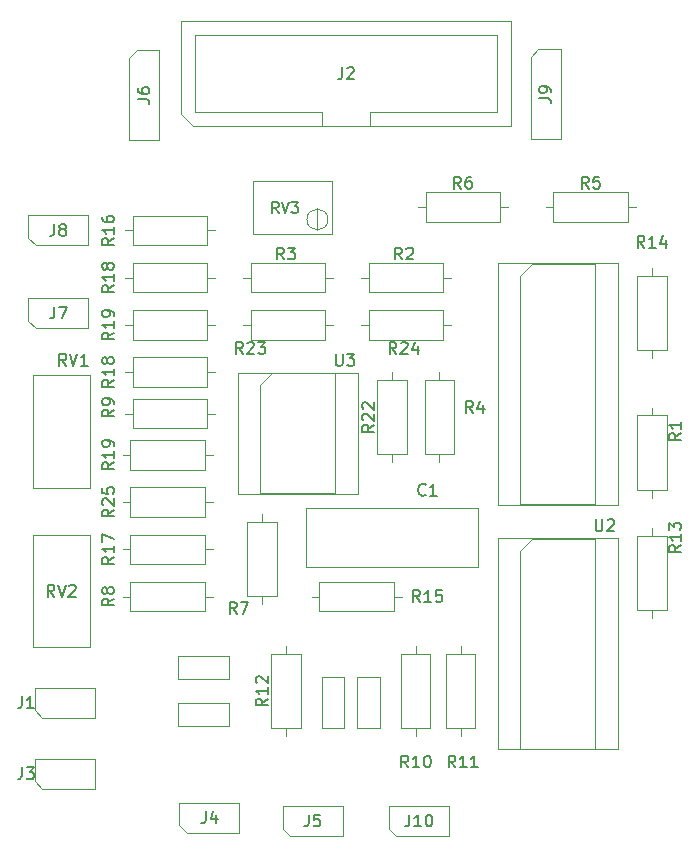
<source format=gbr>
%TF.GenerationSoftware,KiCad,Pcbnew,8.0.0*%
%TF.CreationDate,2024-03-09T23:27:07+01:00*%
%TF.ProjectId,Pure VCO,50757265-2056-4434-9f2e-6b696361645f,rev?*%
%TF.SameCoordinates,Original*%
%TF.FileFunction,AssemblyDrawing,Top*%
%FSLAX46Y46*%
G04 Gerber Fmt 4.6, Leading zero omitted, Abs format (unit mm)*
G04 Created by KiCad (PCBNEW 8.0.0) date 2024-03-09 23:27:07*
%MOMM*%
%LPD*%
G01*
G04 APERTURE LIST*
%ADD10C,0.150000*%
%ADD11C,0.100000*%
G04 APERTURE END LIST*
D10*
X49404761Y-63454819D02*
X49071428Y-62978628D01*
X48833333Y-63454819D02*
X48833333Y-62454819D01*
X48833333Y-62454819D02*
X49214285Y-62454819D01*
X49214285Y-62454819D02*
X49309523Y-62502438D01*
X49309523Y-62502438D02*
X49357142Y-62550057D01*
X49357142Y-62550057D02*
X49404761Y-62645295D01*
X49404761Y-62645295D02*
X49404761Y-62788152D01*
X49404761Y-62788152D02*
X49357142Y-62883390D01*
X49357142Y-62883390D02*
X49309523Y-62931009D01*
X49309523Y-62931009D02*
X49214285Y-62978628D01*
X49214285Y-62978628D02*
X48833333Y-62978628D01*
X49690476Y-62454819D02*
X50023809Y-63454819D01*
X50023809Y-63454819D02*
X50357142Y-62454819D01*
X51214285Y-63454819D02*
X50642857Y-63454819D01*
X50928571Y-63454819D02*
X50928571Y-62454819D01*
X50928571Y-62454819D02*
X50833333Y-62597676D01*
X50833333Y-62597676D02*
X50738095Y-62692914D01*
X50738095Y-62692914D02*
X50642857Y-62740533D01*
X78357142Y-97454819D02*
X78023809Y-96978628D01*
X77785714Y-97454819D02*
X77785714Y-96454819D01*
X77785714Y-96454819D02*
X78166666Y-96454819D01*
X78166666Y-96454819D02*
X78261904Y-96502438D01*
X78261904Y-96502438D02*
X78309523Y-96550057D01*
X78309523Y-96550057D02*
X78357142Y-96645295D01*
X78357142Y-96645295D02*
X78357142Y-96788152D01*
X78357142Y-96788152D02*
X78309523Y-96883390D01*
X78309523Y-96883390D02*
X78261904Y-96931009D01*
X78261904Y-96931009D02*
X78166666Y-96978628D01*
X78166666Y-96978628D02*
X77785714Y-96978628D01*
X79309523Y-97454819D02*
X78738095Y-97454819D01*
X79023809Y-97454819D02*
X79023809Y-96454819D01*
X79023809Y-96454819D02*
X78928571Y-96597676D01*
X78928571Y-96597676D02*
X78833333Y-96692914D01*
X78833333Y-96692914D02*
X78738095Y-96740533D01*
X79928571Y-96454819D02*
X80023809Y-96454819D01*
X80023809Y-96454819D02*
X80119047Y-96502438D01*
X80119047Y-96502438D02*
X80166666Y-96550057D01*
X80166666Y-96550057D02*
X80214285Y-96645295D01*
X80214285Y-96645295D02*
X80261904Y-96835771D01*
X80261904Y-96835771D02*
X80261904Y-97073866D01*
X80261904Y-97073866D02*
X80214285Y-97264342D01*
X80214285Y-97264342D02*
X80166666Y-97359580D01*
X80166666Y-97359580D02*
X80119047Y-97407200D01*
X80119047Y-97407200D02*
X80023809Y-97454819D01*
X80023809Y-97454819D02*
X79928571Y-97454819D01*
X79928571Y-97454819D02*
X79833333Y-97407200D01*
X79833333Y-97407200D02*
X79785714Y-97359580D01*
X79785714Y-97359580D02*
X79738095Y-97264342D01*
X79738095Y-97264342D02*
X79690476Y-97073866D01*
X79690476Y-97073866D02*
X79690476Y-96835771D01*
X79690476Y-96835771D02*
X79738095Y-96645295D01*
X79738095Y-96645295D02*
X79785714Y-96550057D01*
X79785714Y-96550057D02*
X79833333Y-96502438D01*
X79833333Y-96502438D02*
X79928571Y-96454819D01*
X93643333Y-48454819D02*
X93310000Y-47978628D01*
X93071905Y-48454819D02*
X93071905Y-47454819D01*
X93071905Y-47454819D02*
X93452857Y-47454819D01*
X93452857Y-47454819D02*
X93548095Y-47502438D01*
X93548095Y-47502438D02*
X93595714Y-47550057D01*
X93595714Y-47550057D02*
X93643333Y-47645295D01*
X93643333Y-47645295D02*
X93643333Y-47788152D01*
X93643333Y-47788152D02*
X93595714Y-47883390D01*
X93595714Y-47883390D02*
X93548095Y-47931009D01*
X93548095Y-47931009D02*
X93452857Y-47978628D01*
X93452857Y-47978628D02*
X93071905Y-47978628D01*
X94548095Y-47454819D02*
X94071905Y-47454819D01*
X94071905Y-47454819D02*
X94024286Y-47931009D01*
X94024286Y-47931009D02*
X94071905Y-47883390D01*
X94071905Y-47883390D02*
X94167143Y-47835771D01*
X94167143Y-47835771D02*
X94405238Y-47835771D01*
X94405238Y-47835771D02*
X94500476Y-47883390D01*
X94500476Y-47883390D02*
X94548095Y-47931009D01*
X94548095Y-47931009D02*
X94595714Y-48026247D01*
X94595714Y-48026247D02*
X94595714Y-48264342D01*
X94595714Y-48264342D02*
X94548095Y-48359580D01*
X94548095Y-48359580D02*
X94500476Y-48407200D01*
X94500476Y-48407200D02*
X94405238Y-48454819D01*
X94405238Y-48454819D02*
X94167143Y-48454819D01*
X94167143Y-48454819D02*
X94071905Y-48407200D01*
X94071905Y-48407200D02*
X94024286Y-48359580D01*
X53454819Y-83166666D02*
X52978628Y-83499999D01*
X53454819Y-83738094D02*
X52454819Y-83738094D01*
X52454819Y-83738094D02*
X52454819Y-83357142D01*
X52454819Y-83357142D02*
X52502438Y-83261904D01*
X52502438Y-83261904D02*
X52550057Y-83214285D01*
X52550057Y-83214285D02*
X52645295Y-83166666D01*
X52645295Y-83166666D02*
X52788152Y-83166666D01*
X52788152Y-83166666D02*
X52883390Y-83214285D01*
X52883390Y-83214285D02*
X52931009Y-83261904D01*
X52931009Y-83261904D02*
X52978628Y-83357142D01*
X52978628Y-83357142D02*
X52978628Y-83738094D01*
X52883390Y-82595237D02*
X52835771Y-82690475D01*
X52835771Y-82690475D02*
X52788152Y-82738094D01*
X52788152Y-82738094D02*
X52692914Y-82785713D01*
X52692914Y-82785713D02*
X52645295Y-82785713D01*
X52645295Y-82785713D02*
X52550057Y-82738094D01*
X52550057Y-82738094D02*
X52502438Y-82690475D01*
X52502438Y-82690475D02*
X52454819Y-82595237D01*
X52454819Y-82595237D02*
X52454819Y-82404761D01*
X52454819Y-82404761D02*
X52502438Y-82309523D01*
X52502438Y-82309523D02*
X52550057Y-82261904D01*
X52550057Y-82261904D02*
X52645295Y-82214285D01*
X52645295Y-82214285D02*
X52692914Y-82214285D01*
X52692914Y-82214285D02*
X52788152Y-82261904D01*
X52788152Y-82261904D02*
X52835771Y-82309523D01*
X52835771Y-82309523D02*
X52883390Y-82404761D01*
X52883390Y-82404761D02*
X52883390Y-82595237D01*
X52883390Y-82595237D02*
X52931009Y-82690475D01*
X52931009Y-82690475D02*
X52978628Y-82738094D01*
X52978628Y-82738094D02*
X53073866Y-82785713D01*
X53073866Y-82785713D02*
X53264342Y-82785713D01*
X53264342Y-82785713D02*
X53359580Y-82738094D01*
X53359580Y-82738094D02*
X53407200Y-82690475D01*
X53407200Y-82690475D02*
X53454819Y-82595237D01*
X53454819Y-82595237D02*
X53454819Y-82404761D01*
X53454819Y-82404761D02*
X53407200Y-82309523D01*
X53407200Y-82309523D02*
X53359580Y-82261904D01*
X53359580Y-82261904D02*
X53264342Y-82214285D01*
X53264342Y-82214285D02*
X53073866Y-82214285D01*
X53073866Y-82214285D02*
X52978628Y-82261904D01*
X52978628Y-82261904D02*
X52931009Y-82309523D01*
X52931009Y-82309523D02*
X52883390Y-82404761D01*
X79357142Y-83454819D02*
X79023809Y-82978628D01*
X78785714Y-83454819D02*
X78785714Y-82454819D01*
X78785714Y-82454819D02*
X79166666Y-82454819D01*
X79166666Y-82454819D02*
X79261904Y-82502438D01*
X79261904Y-82502438D02*
X79309523Y-82550057D01*
X79309523Y-82550057D02*
X79357142Y-82645295D01*
X79357142Y-82645295D02*
X79357142Y-82788152D01*
X79357142Y-82788152D02*
X79309523Y-82883390D01*
X79309523Y-82883390D02*
X79261904Y-82931009D01*
X79261904Y-82931009D02*
X79166666Y-82978628D01*
X79166666Y-82978628D02*
X78785714Y-82978628D01*
X80309523Y-83454819D02*
X79738095Y-83454819D01*
X80023809Y-83454819D02*
X80023809Y-82454819D01*
X80023809Y-82454819D02*
X79928571Y-82597676D01*
X79928571Y-82597676D02*
X79833333Y-82692914D01*
X79833333Y-82692914D02*
X79738095Y-82740533D01*
X81214285Y-82454819D02*
X80738095Y-82454819D01*
X80738095Y-82454819D02*
X80690476Y-82931009D01*
X80690476Y-82931009D02*
X80738095Y-82883390D01*
X80738095Y-82883390D02*
X80833333Y-82835771D01*
X80833333Y-82835771D02*
X81071428Y-82835771D01*
X81071428Y-82835771D02*
X81166666Y-82883390D01*
X81166666Y-82883390D02*
X81214285Y-82931009D01*
X81214285Y-82931009D02*
X81261904Y-83026247D01*
X81261904Y-83026247D02*
X81261904Y-83264342D01*
X81261904Y-83264342D02*
X81214285Y-83359580D01*
X81214285Y-83359580D02*
X81166666Y-83407200D01*
X81166666Y-83407200D02*
X81071428Y-83454819D01*
X81071428Y-83454819D02*
X80833333Y-83454819D01*
X80833333Y-83454819D02*
X80738095Y-83407200D01*
X80738095Y-83407200D02*
X80690476Y-83359580D01*
X89454819Y-40793333D02*
X90169104Y-40793333D01*
X90169104Y-40793333D02*
X90311961Y-40840952D01*
X90311961Y-40840952D02*
X90407200Y-40936190D01*
X90407200Y-40936190D02*
X90454819Y-41079047D01*
X90454819Y-41079047D02*
X90454819Y-41174285D01*
X90454819Y-40269523D02*
X90454819Y-40079047D01*
X90454819Y-40079047D02*
X90407200Y-39983809D01*
X90407200Y-39983809D02*
X90359580Y-39936190D01*
X90359580Y-39936190D02*
X90216723Y-39840952D01*
X90216723Y-39840952D02*
X90026247Y-39793333D01*
X90026247Y-39793333D02*
X89645295Y-39793333D01*
X89645295Y-39793333D02*
X89550057Y-39840952D01*
X89550057Y-39840952D02*
X89502438Y-39888571D01*
X89502438Y-39888571D02*
X89454819Y-39983809D01*
X89454819Y-39983809D02*
X89454819Y-40174285D01*
X89454819Y-40174285D02*
X89502438Y-40269523D01*
X89502438Y-40269523D02*
X89550057Y-40317142D01*
X89550057Y-40317142D02*
X89645295Y-40364761D01*
X89645295Y-40364761D02*
X89883390Y-40364761D01*
X89883390Y-40364761D02*
X89978628Y-40317142D01*
X89978628Y-40317142D02*
X90026247Y-40269523D01*
X90026247Y-40269523D02*
X90073866Y-40174285D01*
X90073866Y-40174285D02*
X90073866Y-39983809D01*
X90073866Y-39983809D02*
X90026247Y-39888571D01*
X90026247Y-39888571D02*
X89978628Y-39840952D01*
X89978628Y-39840952D02*
X89883390Y-39793333D01*
X77833334Y-54454818D02*
X77500001Y-53978627D01*
X77261906Y-54454818D02*
X77261906Y-53454818D01*
X77261906Y-53454818D02*
X77642858Y-53454818D01*
X77642858Y-53454818D02*
X77738096Y-53502437D01*
X77738096Y-53502437D02*
X77785715Y-53550056D01*
X77785715Y-53550056D02*
X77833334Y-53645294D01*
X77833334Y-53645294D02*
X77833334Y-53788151D01*
X77833334Y-53788151D02*
X77785715Y-53883389D01*
X77785715Y-53883389D02*
X77738096Y-53931008D01*
X77738096Y-53931008D02*
X77642858Y-53978627D01*
X77642858Y-53978627D02*
X77261906Y-53978627D01*
X78214287Y-53550056D02*
X78261906Y-53502437D01*
X78261906Y-53502437D02*
X78357144Y-53454818D01*
X78357144Y-53454818D02*
X78595239Y-53454818D01*
X78595239Y-53454818D02*
X78690477Y-53502437D01*
X78690477Y-53502437D02*
X78738096Y-53550056D01*
X78738096Y-53550056D02*
X78785715Y-53645294D01*
X78785715Y-53645294D02*
X78785715Y-53740532D01*
X78785715Y-53740532D02*
X78738096Y-53883389D01*
X78738096Y-53883389D02*
X78166668Y-54454818D01*
X78166668Y-54454818D02*
X78785715Y-54454818D01*
X45666666Y-91454819D02*
X45666666Y-92169104D01*
X45666666Y-92169104D02*
X45619047Y-92311961D01*
X45619047Y-92311961D02*
X45523809Y-92407200D01*
X45523809Y-92407200D02*
X45380952Y-92454819D01*
X45380952Y-92454819D02*
X45285714Y-92454819D01*
X46666666Y-92454819D02*
X46095238Y-92454819D01*
X46380952Y-92454819D02*
X46380952Y-91454819D01*
X46380952Y-91454819D02*
X46285714Y-91597676D01*
X46285714Y-91597676D02*
X46190476Y-91692914D01*
X46190476Y-91692914D02*
X46095238Y-91740533D01*
X61201666Y-101189819D02*
X61201666Y-101904104D01*
X61201666Y-101904104D02*
X61154047Y-102046961D01*
X61154047Y-102046961D02*
X61058809Y-102142200D01*
X61058809Y-102142200D02*
X60915952Y-102189819D01*
X60915952Y-102189819D02*
X60820714Y-102189819D01*
X62106428Y-101523152D02*
X62106428Y-102189819D01*
X61868333Y-101142200D02*
X61630238Y-101856485D01*
X61630238Y-101856485D02*
X62249285Y-101856485D01*
X69936666Y-101454819D02*
X69936666Y-102169104D01*
X69936666Y-102169104D02*
X69889047Y-102311961D01*
X69889047Y-102311961D02*
X69793809Y-102407200D01*
X69793809Y-102407200D02*
X69650952Y-102454819D01*
X69650952Y-102454819D02*
X69555714Y-102454819D01*
X70889047Y-101454819D02*
X70412857Y-101454819D01*
X70412857Y-101454819D02*
X70365238Y-101931009D01*
X70365238Y-101931009D02*
X70412857Y-101883390D01*
X70412857Y-101883390D02*
X70508095Y-101835771D01*
X70508095Y-101835771D02*
X70746190Y-101835771D01*
X70746190Y-101835771D02*
X70841428Y-101883390D01*
X70841428Y-101883390D02*
X70889047Y-101931009D01*
X70889047Y-101931009D02*
X70936666Y-102026247D01*
X70936666Y-102026247D02*
X70936666Y-102264342D01*
X70936666Y-102264342D02*
X70889047Y-102359580D01*
X70889047Y-102359580D02*
X70841428Y-102407200D01*
X70841428Y-102407200D02*
X70746190Y-102454819D01*
X70746190Y-102454819D02*
X70508095Y-102454819D01*
X70508095Y-102454819D02*
X70412857Y-102407200D01*
X70412857Y-102407200D02*
X70365238Y-102359580D01*
X101454819Y-69166666D02*
X100978628Y-69499999D01*
X101454819Y-69738094D02*
X100454819Y-69738094D01*
X100454819Y-69738094D02*
X100454819Y-69357142D01*
X100454819Y-69357142D02*
X100502438Y-69261904D01*
X100502438Y-69261904D02*
X100550057Y-69214285D01*
X100550057Y-69214285D02*
X100645295Y-69166666D01*
X100645295Y-69166666D02*
X100788152Y-69166666D01*
X100788152Y-69166666D02*
X100883390Y-69214285D01*
X100883390Y-69214285D02*
X100931009Y-69261904D01*
X100931009Y-69261904D02*
X100978628Y-69357142D01*
X100978628Y-69357142D02*
X100978628Y-69738094D01*
X101454819Y-68214285D02*
X101454819Y-68785713D01*
X101454819Y-68499999D02*
X100454819Y-68499999D01*
X100454819Y-68499999D02*
X100597676Y-68595237D01*
X100597676Y-68595237D02*
X100692914Y-68690475D01*
X100692914Y-68690475D02*
X100740533Y-68785713D01*
X78460476Y-101454819D02*
X78460476Y-102169104D01*
X78460476Y-102169104D02*
X78412857Y-102311961D01*
X78412857Y-102311961D02*
X78317619Y-102407200D01*
X78317619Y-102407200D02*
X78174762Y-102454819D01*
X78174762Y-102454819D02*
X78079524Y-102454819D01*
X79460476Y-102454819D02*
X78889048Y-102454819D01*
X79174762Y-102454819D02*
X79174762Y-101454819D01*
X79174762Y-101454819D02*
X79079524Y-101597676D01*
X79079524Y-101597676D02*
X78984286Y-101692914D01*
X78984286Y-101692914D02*
X78889048Y-101740533D01*
X80079524Y-101454819D02*
X80174762Y-101454819D01*
X80174762Y-101454819D02*
X80270000Y-101502438D01*
X80270000Y-101502438D02*
X80317619Y-101550057D01*
X80317619Y-101550057D02*
X80365238Y-101645295D01*
X80365238Y-101645295D02*
X80412857Y-101835771D01*
X80412857Y-101835771D02*
X80412857Y-102073866D01*
X80412857Y-102073866D02*
X80365238Y-102264342D01*
X80365238Y-102264342D02*
X80317619Y-102359580D01*
X80317619Y-102359580D02*
X80270000Y-102407200D01*
X80270000Y-102407200D02*
X80174762Y-102454819D01*
X80174762Y-102454819D02*
X80079524Y-102454819D01*
X80079524Y-102454819D02*
X79984286Y-102407200D01*
X79984286Y-102407200D02*
X79936667Y-102359580D01*
X79936667Y-102359580D02*
X79889048Y-102264342D01*
X79889048Y-102264342D02*
X79841429Y-102073866D01*
X79841429Y-102073866D02*
X79841429Y-101835771D01*
X79841429Y-101835771D02*
X79889048Y-101645295D01*
X79889048Y-101645295D02*
X79936667Y-101550057D01*
X79936667Y-101550057D02*
X79984286Y-101502438D01*
X79984286Y-101502438D02*
X80079524Y-101454819D01*
X63833334Y-84454818D02*
X63500001Y-83978627D01*
X63261906Y-84454818D02*
X63261906Y-83454818D01*
X63261906Y-83454818D02*
X63642858Y-83454818D01*
X63642858Y-83454818D02*
X63738096Y-83502437D01*
X63738096Y-83502437D02*
X63785715Y-83550056D01*
X63785715Y-83550056D02*
X63833334Y-83645294D01*
X63833334Y-83645294D02*
X63833334Y-83788151D01*
X63833334Y-83788151D02*
X63785715Y-83883389D01*
X63785715Y-83883389D02*
X63738096Y-83931008D01*
X63738096Y-83931008D02*
X63642858Y-83978627D01*
X63642858Y-83978627D02*
X63261906Y-83978627D01*
X64166668Y-83454818D02*
X64833334Y-83454818D01*
X64833334Y-83454818D02*
X64404763Y-84454818D01*
X53454819Y-60642857D02*
X52978628Y-60976190D01*
X53454819Y-61214285D02*
X52454819Y-61214285D01*
X52454819Y-61214285D02*
X52454819Y-60833333D01*
X52454819Y-60833333D02*
X52502438Y-60738095D01*
X52502438Y-60738095D02*
X52550057Y-60690476D01*
X52550057Y-60690476D02*
X52645295Y-60642857D01*
X52645295Y-60642857D02*
X52788152Y-60642857D01*
X52788152Y-60642857D02*
X52883390Y-60690476D01*
X52883390Y-60690476D02*
X52931009Y-60738095D01*
X52931009Y-60738095D02*
X52978628Y-60833333D01*
X52978628Y-60833333D02*
X52978628Y-61214285D01*
X53454819Y-59690476D02*
X53454819Y-60261904D01*
X53454819Y-59976190D02*
X52454819Y-59976190D01*
X52454819Y-59976190D02*
X52597676Y-60071428D01*
X52597676Y-60071428D02*
X52692914Y-60166666D01*
X52692914Y-60166666D02*
X52740533Y-60261904D01*
X53454819Y-59214285D02*
X53454819Y-59023809D01*
X53454819Y-59023809D02*
X53407200Y-58928571D01*
X53407200Y-58928571D02*
X53359580Y-58880952D01*
X53359580Y-58880952D02*
X53216723Y-58785714D01*
X53216723Y-58785714D02*
X53026247Y-58738095D01*
X53026247Y-58738095D02*
X52645295Y-58738095D01*
X52645295Y-58738095D02*
X52550057Y-58785714D01*
X52550057Y-58785714D02*
X52502438Y-58833333D01*
X52502438Y-58833333D02*
X52454819Y-58928571D01*
X52454819Y-58928571D02*
X52454819Y-59119047D01*
X52454819Y-59119047D02*
X52502438Y-59214285D01*
X52502438Y-59214285D02*
X52550057Y-59261904D01*
X52550057Y-59261904D02*
X52645295Y-59309523D01*
X52645295Y-59309523D02*
X52883390Y-59309523D01*
X52883390Y-59309523D02*
X52978628Y-59261904D01*
X52978628Y-59261904D02*
X53026247Y-59214285D01*
X53026247Y-59214285D02*
X53073866Y-59119047D01*
X53073866Y-59119047D02*
X53073866Y-58928571D01*
X53073866Y-58928571D02*
X53026247Y-58833333D01*
X53026247Y-58833333D02*
X52978628Y-58785714D01*
X52978628Y-58785714D02*
X52883390Y-58738095D01*
X77357142Y-62454819D02*
X77023809Y-61978628D01*
X76785714Y-62454819D02*
X76785714Y-61454819D01*
X76785714Y-61454819D02*
X77166666Y-61454819D01*
X77166666Y-61454819D02*
X77261904Y-61502438D01*
X77261904Y-61502438D02*
X77309523Y-61550057D01*
X77309523Y-61550057D02*
X77357142Y-61645295D01*
X77357142Y-61645295D02*
X77357142Y-61788152D01*
X77357142Y-61788152D02*
X77309523Y-61883390D01*
X77309523Y-61883390D02*
X77261904Y-61931009D01*
X77261904Y-61931009D02*
X77166666Y-61978628D01*
X77166666Y-61978628D02*
X76785714Y-61978628D01*
X77738095Y-61550057D02*
X77785714Y-61502438D01*
X77785714Y-61502438D02*
X77880952Y-61454819D01*
X77880952Y-61454819D02*
X78119047Y-61454819D01*
X78119047Y-61454819D02*
X78214285Y-61502438D01*
X78214285Y-61502438D02*
X78261904Y-61550057D01*
X78261904Y-61550057D02*
X78309523Y-61645295D01*
X78309523Y-61645295D02*
X78309523Y-61740533D01*
X78309523Y-61740533D02*
X78261904Y-61883390D01*
X78261904Y-61883390D02*
X77690476Y-62454819D01*
X77690476Y-62454819D02*
X78309523Y-62454819D01*
X79166666Y-61788152D02*
X79166666Y-62454819D01*
X78928571Y-61407200D02*
X78690476Y-62121485D01*
X78690476Y-62121485D02*
X79309523Y-62121485D01*
X66454819Y-91642857D02*
X65978628Y-91976190D01*
X66454819Y-92214285D02*
X65454819Y-92214285D01*
X65454819Y-92214285D02*
X65454819Y-91833333D01*
X65454819Y-91833333D02*
X65502438Y-91738095D01*
X65502438Y-91738095D02*
X65550057Y-91690476D01*
X65550057Y-91690476D02*
X65645295Y-91642857D01*
X65645295Y-91642857D02*
X65788152Y-91642857D01*
X65788152Y-91642857D02*
X65883390Y-91690476D01*
X65883390Y-91690476D02*
X65931009Y-91738095D01*
X65931009Y-91738095D02*
X65978628Y-91833333D01*
X65978628Y-91833333D02*
X65978628Y-92214285D01*
X66454819Y-90690476D02*
X66454819Y-91261904D01*
X66454819Y-90976190D02*
X65454819Y-90976190D01*
X65454819Y-90976190D02*
X65597676Y-91071428D01*
X65597676Y-91071428D02*
X65692914Y-91166666D01*
X65692914Y-91166666D02*
X65740533Y-91261904D01*
X65550057Y-90309523D02*
X65502438Y-90261904D01*
X65502438Y-90261904D02*
X65454819Y-90166666D01*
X65454819Y-90166666D02*
X65454819Y-89928571D01*
X65454819Y-89928571D02*
X65502438Y-89833333D01*
X65502438Y-89833333D02*
X65550057Y-89785714D01*
X65550057Y-89785714D02*
X65645295Y-89738095D01*
X65645295Y-89738095D02*
X65740533Y-89738095D01*
X65740533Y-89738095D02*
X65883390Y-89785714D01*
X65883390Y-89785714D02*
X66454819Y-90357142D01*
X66454819Y-90357142D02*
X66454819Y-89738095D01*
X98357142Y-53454819D02*
X98023809Y-52978628D01*
X97785714Y-53454819D02*
X97785714Y-52454819D01*
X97785714Y-52454819D02*
X98166666Y-52454819D01*
X98166666Y-52454819D02*
X98261904Y-52502438D01*
X98261904Y-52502438D02*
X98309523Y-52550057D01*
X98309523Y-52550057D02*
X98357142Y-52645295D01*
X98357142Y-52645295D02*
X98357142Y-52788152D01*
X98357142Y-52788152D02*
X98309523Y-52883390D01*
X98309523Y-52883390D02*
X98261904Y-52931009D01*
X98261904Y-52931009D02*
X98166666Y-52978628D01*
X98166666Y-52978628D02*
X97785714Y-52978628D01*
X99309523Y-53454819D02*
X98738095Y-53454819D01*
X99023809Y-53454819D02*
X99023809Y-52454819D01*
X99023809Y-52454819D02*
X98928571Y-52597676D01*
X98928571Y-52597676D02*
X98833333Y-52692914D01*
X98833333Y-52692914D02*
X98738095Y-52740533D01*
X100166666Y-52788152D02*
X100166666Y-53454819D01*
X99928571Y-52407200D02*
X99690476Y-53121485D01*
X99690476Y-53121485D02*
X100309523Y-53121485D01*
X53454819Y-67166666D02*
X52978628Y-67499999D01*
X53454819Y-67738094D02*
X52454819Y-67738094D01*
X52454819Y-67738094D02*
X52454819Y-67357142D01*
X52454819Y-67357142D02*
X52502438Y-67261904D01*
X52502438Y-67261904D02*
X52550057Y-67214285D01*
X52550057Y-67214285D02*
X52645295Y-67166666D01*
X52645295Y-67166666D02*
X52788152Y-67166666D01*
X52788152Y-67166666D02*
X52883390Y-67214285D01*
X52883390Y-67214285D02*
X52931009Y-67261904D01*
X52931009Y-67261904D02*
X52978628Y-67357142D01*
X52978628Y-67357142D02*
X52978628Y-67738094D01*
X53454819Y-66690475D02*
X53454819Y-66499999D01*
X53454819Y-66499999D02*
X53407200Y-66404761D01*
X53407200Y-66404761D02*
X53359580Y-66357142D01*
X53359580Y-66357142D02*
X53216723Y-66261904D01*
X53216723Y-66261904D02*
X53026247Y-66214285D01*
X53026247Y-66214285D02*
X52645295Y-66214285D01*
X52645295Y-66214285D02*
X52550057Y-66261904D01*
X52550057Y-66261904D02*
X52502438Y-66309523D01*
X52502438Y-66309523D02*
X52454819Y-66404761D01*
X52454819Y-66404761D02*
X52454819Y-66595237D01*
X52454819Y-66595237D02*
X52502438Y-66690475D01*
X52502438Y-66690475D02*
X52550057Y-66738094D01*
X52550057Y-66738094D02*
X52645295Y-66785713D01*
X52645295Y-66785713D02*
X52883390Y-66785713D01*
X52883390Y-66785713D02*
X52978628Y-66738094D01*
X52978628Y-66738094D02*
X53026247Y-66690475D01*
X53026247Y-66690475D02*
X53073866Y-66595237D01*
X53073866Y-66595237D02*
X53073866Y-66404761D01*
X53073866Y-66404761D02*
X53026247Y-66309523D01*
X53026247Y-66309523D02*
X52978628Y-66261904D01*
X52978628Y-66261904D02*
X52883390Y-66214285D01*
X83833333Y-67454819D02*
X83500000Y-66978628D01*
X83261905Y-67454819D02*
X83261905Y-66454819D01*
X83261905Y-66454819D02*
X83642857Y-66454819D01*
X83642857Y-66454819D02*
X83738095Y-66502438D01*
X83738095Y-66502438D02*
X83785714Y-66550057D01*
X83785714Y-66550057D02*
X83833333Y-66645295D01*
X83833333Y-66645295D02*
X83833333Y-66788152D01*
X83833333Y-66788152D02*
X83785714Y-66883390D01*
X83785714Y-66883390D02*
X83738095Y-66931009D01*
X83738095Y-66931009D02*
X83642857Y-66978628D01*
X83642857Y-66978628D02*
X83261905Y-66978628D01*
X84690476Y-66788152D02*
X84690476Y-67454819D01*
X84452381Y-66407200D02*
X84214286Y-67121485D01*
X84214286Y-67121485D02*
X84833333Y-67121485D01*
X53454819Y-56642857D02*
X52978628Y-56976190D01*
X53454819Y-57214285D02*
X52454819Y-57214285D01*
X52454819Y-57214285D02*
X52454819Y-56833333D01*
X52454819Y-56833333D02*
X52502438Y-56738095D01*
X52502438Y-56738095D02*
X52550057Y-56690476D01*
X52550057Y-56690476D02*
X52645295Y-56642857D01*
X52645295Y-56642857D02*
X52788152Y-56642857D01*
X52788152Y-56642857D02*
X52883390Y-56690476D01*
X52883390Y-56690476D02*
X52931009Y-56738095D01*
X52931009Y-56738095D02*
X52978628Y-56833333D01*
X52978628Y-56833333D02*
X52978628Y-57214285D01*
X53454819Y-55690476D02*
X53454819Y-56261904D01*
X53454819Y-55976190D02*
X52454819Y-55976190D01*
X52454819Y-55976190D02*
X52597676Y-56071428D01*
X52597676Y-56071428D02*
X52692914Y-56166666D01*
X52692914Y-56166666D02*
X52740533Y-56261904D01*
X52883390Y-55119047D02*
X52835771Y-55214285D01*
X52835771Y-55214285D02*
X52788152Y-55261904D01*
X52788152Y-55261904D02*
X52692914Y-55309523D01*
X52692914Y-55309523D02*
X52645295Y-55309523D01*
X52645295Y-55309523D02*
X52550057Y-55261904D01*
X52550057Y-55261904D02*
X52502438Y-55214285D01*
X52502438Y-55214285D02*
X52454819Y-55119047D01*
X52454819Y-55119047D02*
X52454819Y-54928571D01*
X52454819Y-54928571D02*
X52502438Y-54833333D01*
X52502438Y-54833333D02*
X52550057Y-54785714D01*
X52550057Y-54785714D02*
X52645295Y-54738095D01*
X52645295Y-54738095D02*
X52692914Y-54738095D01*
X52692914Y-54738095D02*
X52788152Y-54785714D01*
X52788152Y-54785714D02*
X52835771Y-54833333D01*
X52835771Y-54833333D02*
X52883390Y-54928571D01*
X52883390Y-54928571D02*
X52883390Y-55119047D01*
X52883390Y-55119047D02*
X52931009Y-55214285D01*
X52931009Y-55214285D02*
X52978628Y-55261904D01*
X52978628Y-55261904D02*
X53073866Y-55309523D01*
X53073866Y-55309523D02*
X53264342Y-55309523D01*
X53264342Y-55309523D02*
X53359580Y-55261904D01*
X53359580Y-55261904D02*
X53407200Y-55214285D01*
X53407200Y-55214285D02*
X53454819Y-55119047D01*
X53454819Y-55119047D02*
X53454819Y-54928571D01*
X53454819Y-54928571D02*
X53407200Y-54833333D01*
X53407200Y-54833333D02*
X53359580Y-54785714D01*
X53359580Y-54785714D02*
X53264342Y-54738095D01*
X53264342Y-54738095D02*
X53073866Y-54738095D01*
X53073866Y-54738095D02*
X52978628Y-54785714D01*
X52978628Y-54785714D02*
X52931009Y-54833333D01*
X52931009Y-54833333D02*
X52883390Y-54928571D01*
X94238095Y-76454819D02*
X94238095Y-77264342D01*
X94238095Y-77264342D02*
X94285714Y-77359580D01*
X94285714Y-77359580D02*
X94333333Y-77407200D01*
X94333333Y-77407200D02*
X94428571Y-77454819D01*
X94428571Y-77454819D02*
X94619047Y-77454819D01*
X94619047Y-77454819D02*
X94714285Y-77407200D01*
X94714285Y-77407200D02*
X94761904Y-77359580D01*
X94761904Y-77359580D02*
X94809523Y-77264342D01*
X94809523Y-77264342D02*
X94809523Y-76454819D01*
X95238095Y-76550057D02*
X95285714Y-76502438D01*
X95285714Y-76502438D02*
X95380952Y-76454819D01*
X95380952Y-76454819D02*
X95619047Y-76454819D01*
X95619047Y-76454819D02*
X95714285Y-76502438D01*
X95714285Y-76502438D02*
X95761904Y-76550057D01*
X95761904Y-76550057D02*
X95809523Y-76645295D01*
X95809523Y-76645295D02*
X95809523Y-76740533D01*
X95809523Y-76740533D02*
X95761904Y-76883390D01*
X95761904Y-76883390D02*
X95190476Y-77454819D01*
X95190476Y-77454819D02*
X95809523Y-77454819D01*
X53454819Y-79642857D02*
X52978628Y-79976190D01*
X53454819Y-80214285D02*
X52454819Y-80214285D01*
X52454819Y-80214285D02*
X52454819Y-79833333D01*
X52454819Y-79833333D02*
X52502438Y-79738095D01*
X52502438Y-79738095D02*
X52550057Y-79690476D01*
X52550057Y-79690476D02*
X52645295Y-79642857D01*
X52645295Y-79642857D02*
X52788152Y-79642857D01*
X52788152Y-79642857D02*
X52883390Y-79690476D01*
X52883390Y-79690476D02*
X52931009Y-79738095D01*
X52931009Y-79738095D02*
X52978628Y-79833333D01*
X52978628Y-79833333D02*
X52978628Y-80214285D01*
X53454819Y-78690476D02*
X53454819Y-79261904D01*
X53454819Y-78976190D02*
X52454819Y-78976190D01*
X52454819Y-78976190D02*
X52597676Y-79071428D01*
X52597676Y-79071428D02*
X52692914Y-79166666D01*
X52692914Y-79166666D02*
X52740533Y-79261904D01*
X52454819Y-78357142D02*
X52454819Y-77690476D01*
X52454819Y-77690476D02*
X53454819Y-78119047D01*
X53454819Y-71642857D02*
X52978628Y-71976190D01*
X53454819Y-72214285D02*
X52454819Y-72214285D01*
X52454819Y-72214285D02*
X52454819Y-71833333D01*
X52454819Y-71833333D02*
X52502438Y-71738095D01*
X52502438Y-71738095D02*
X52550057Y-71690476D01*
X52550057Y-71690476D02*
X52645295Y-71642857D01*
X52645295Y-71642857D02*
X52788152Y-71642857D01*
X52788152Y-71642857D02*
X52883390Y-71690476D01*
X52883390Y-71690476D02*
X52931009Y-71738095D01*
X52931009Y-71738095D02*
X52978628Y-71833333D01*
X52978628Y-71833333D02*
X52978628Y-72214285D01*
X53454819Y-70690476D02*
X53454819Y-71261904D01*
X53454819Y-70976190D02*
X52454819Y-70976190D01*
X52454819Y-70976190D02*
X52597676Y-71071428D01*
X52597676Y-71071428D02*
X52692914Y-71166666D01*
X52692914Y-71166666D02*
X52740533Y-71261904D01*
X53454819Y-70214285D02*
X53454819Y-70023809D01*
X53454819Y-70023809D02*
X53407200Y-69928571D01*
X53407200Y-69928571D02*
X53359580Y-69880952D01*
X53359580Y-69880952D02*
X53216723Y-69785714D01*
X53216723Y-69785714D02*
X53026247Y-69738095D01*
X53026247Y-69738095D02*
X52645295Y-69738095D01*
X52645295Y-69738095D02*
X52550057Y-69785714D01*
X52550057Y-69785714D02*
X52502438Y-69833333D01*
X52502438Y-69833333D02*
X52454819Y-69928571D01*
X52454819Y-69928571D02*
X52454819Y-70119047D01*
X52454819Y-70119047D02*
X52502438Y-70214285D01*
X52502438Y-70214285D02*
X52550057Y-70261904D01*
X52550057Y-70261904D02*
X52645295Y-70309523D01*
X52645295Y-70309523D02*
X52883390Y-70309523D01*
X52883390Y-70309523D02*
X52978628Y-70261904D01*
X52978628Y-70261904D02*
X53026247Y-70214285D01*
X53026247Y-70214285D02*
X53073866Y-70119047D01*
X53073866Y-70119047D02*
X53073866Y-69928571D01*
X53073866Y-69928571D02*
X53026247Y-69833333D01*
X53026247Y-69833333D02*
X52978628Y-69785714D01*
X52978628Y-69785714D02*
X52883390Y-69738095D01*
X67382381Y-50507809D02*
X67075715Y-50069714D01*
X66856667Y-50507809D02*
X66856667Y-49587809D01*
X66856667Y-49587809D02*
X67207143Y-49587809D01*
X67207143Y-49587809D02*
X67294762Y-49631619D01*
X67294762Y-49631619D02*
X67338572Y-49675428D01*
X67338572Y-49675428D02*
X67382381Y-49763047D01*
X67382381Y-49763047D02*
X67382381Y-49894476D01*
X67382381Y-49894476D02*
X67338572Y-49982095D01*
X67338572Y-49982095D02*
X67294762Y-50025904D01*
X67294762Y-50025904D02*
X67207143Y-50069714D01*
X67207143Y-50069714D02*
X66856667Y-50069714D01*
X67645239Y-49587809D02*
X67951905Y-50507809D01*
X67951905Y-50507809D02*
X68258572Y-49587809D01*
X68477619Y-49587809D02*
X69047143Y-49587809D01*
X69047143Y-49587809D02*
X68740476Y-49938285D01*
X68740476Y-49938285D02*
X68871905Y-49938285D01*
X68871905Y-49938285D02*
X68959524Y-49982095D01*
X68959524Y-49982095D02*
X69003333Y-50025904D01*
X69003333Y-50025904D02*
X69047143Y-50113523D01*
X69047143Y-50113523D02*
X69047143Y-50332571D01*
X69047143Y-50332571D02*
X69003333Y-50420190D01*
X69003333Y-50420190D02*
X68959524Y-50464000D01*
X68959524Y-50464000D02*
X68871905Y-50507809D01*
X68871905Y-50507809D02*
X68609048Y-50507809D01*
X68609048Y-50507809D02*
X68521429Y-50464000D01*
X68521429Y-50464000D02*
X68477619Y-50420190D01*
X67833333Y-54454819D02*
X67500000Y-53978628D01*
X67261905Y-54454819D02*
X67261905Y-53454819D01*
X67261905Y-53454819D02*
X67642857Y-53454819D01*
X67642857Y-53454819D02*
X67738095Y-53502438D01*
X67738095Y-53502438D02*
X67785714Y-53550057D01*
X67785714Y-53550057D02*
X67833333Y-53645295D01*
X67833333Y-53645295D02*
X67833333Y-53788152D01*
X67833333Y-53788152D02*
X67785714Y-53883390D01*
X67785714Y-53883390D02*
X67738095Y-53931009D01*
X67738095Y-53931009D02*
X67642857Y-53978628D01*
X67642857Y-53978628D02*
X67261905Y-53978628D01*
X68166667Y-53454819D02*
X68785714Y-53454819D01*
X68785714Y-53454819D02*
X68452381Y-53835771D01*
X68452381Y-53835771D02*
X68595238Y-53835771D01*
X68595238Y-53835771D02*
X68690476Y-53883390D01*
X68690476Y-53883390D02*
X68738095Y-53931009D01*
X68738095Y-53931009D02*
X68785714Y-54026247D01*
X68785714Y-54026247D02*
X68785714Y-54264342D01*
X68785714Y-54264342D02*
X68738095Y-54359580D01*
X68738095Y-54359580D02*
X68690476Y-54407200D01*
X68690476Y-54407200D02*
X68595238Y-54454819D01*
X68595238Y-54454819D02*
X68309524Y-54454819D01*
X68309524Y-54454819D02*
X68214286Y-54407200D01*
X68214286Y-54407200D02*
X68166667Y-54359580D01*
X53454819Y-52642857D02*
X52978628Y-52976190D01*
X53454819Y-53214285D02*
X52454819Y-53214285D01*
X52454819Y-53214285D02*
X52454819Y-52833333D01*
X52454819Y-52833333D02*
X52502438Y-52738095D01*
X52502438Y-52738095D02*
X52550057Y-52690476D01*
X52550057Y-52690476D02*
X52645295Y-52642857D01*
X52645295Y-52642857D02*
X52788152Y-52642857D01*
X52788152Y-52642857D02*
X52883390Y-52690476D01*
X52883390Y-52690476D02*
X52931009Y-52738095D01*
X52931009Y-52738095D02*
X52978628Y-52833333D01*
X52978628Y-52833333D02*
X52978628Y-53214285D01*
X53454819Y-51690476D02*
X53454819Y-52261904D01*
X53454819Y-51976190D02*
X52454819Y-51976190D01*
X52454819Y-51976190D02*
X52597676Y-52071428D01*
X52597676Y-52071428D02*
X52692914Y-52166666D01*
X52692914Y-52166666D02*
X52740533Y-52261904D01*
X52454819Y-50833333D02*
X52454819Y-51023809D01*
X52454819Y-51023809D02*
X52502438Y-51119047D01*
X52502438Y-51119047D02*
X52550057Y-51166666D01*
X52550057Y-51166666D02*
X52692914Y-51261904D01*
X52692914Y-51261904D02*
X52883390Y-51309523D01*
X52883390Y-51309523D02*
X53264342Y-51309523D01*
X53264342Y-51309523D02*
X53359580Y-51261904D01*
X53359580Y-51261904D02*
X53407200Y-51214285D01*
X53407200Y-51214285D02*
X53454819Y-51119047D01*
X53454819Y-51119047D02*
X53454819Y-50928571D01*
X53454819Y-50928571D02*
X53407200Y-50833333D01*
X53407200Y-50833333D02*
X53359580Y-50785714D01*
X53359580Y-50785714D02*
X53264342Y-50738095D01*
X53264342Y-50738095D02*
X53026247Y-50738095D01*
X53026247Y-50738095D02*
X52931009Y-50785714D01*
X52931009Y-50785714D02*
X52883390Y-50833333D01*
X52883390Y-50833333D02*
X52835771Y-50928571D01*
X52835771Y-50928571D02*
X52835771Y-51119047D01*
X52835771Y-51119047D02*
X52883390Y-51214285D01*
X52883390Y-51214285D02*
X52931009Y-51261904D01*
X52931009Y-51261904D02*
X53026247Y-51309523D01*
X64357142Y-62454819D02*
X64023809Y-61978628D01*
X63785714Y-62454819D02*
X63785714Y-61454819D01*
X63785714Y-61454819D02*
X64166666Y-61454819D01*
X64166666Y-61454819D02*
X64261904Y-61502438D01*
X64261904Y-61502438D02*
X64309523Y-61550057D01*
X64309523Y-61550057D02*
X64357142Y-61645295D01*
X64357142Y-61645295D02*
X64357142Y-61788152D01*
X64357142Y-61788152D02*
X64309523Y-61883390D01*
X64309523Y-61883390D02*
X64261904Y-61931009D01*
X64261904Y-61931009D02*
X64166666Y-61978628D01*
X64166666Y-61978628D02*
X63785714Y-61978628D01*
X64738095Y-61550057D02*
X64785714Y-61502438D01*
X64785714Y-61502438D02*
X64880952Y-61454819D01*
X64880952Y-61454819D02*
X65119047Y-61454819D01*
X65119047Y-61454819D02*
X65214285Y-61502438D01*
X65214285Y-61502438D02*
X65261904Y-61550057D01*
X65261904Y-61550057D02*
X65309523Y-61645295D01*
X65309523Y-61645295D02*
X65309523Y-61740533D01*
X65309523Y-61740533D02*
X65261904Y-61883390D01*
X65261904Y-61883390D02*
X64690476Y-62454819D01*
X64690476Y-62454819D02*
X65309523Y-62454819D01*
X65642857Y-61454819D02*
X66261904Y-61454819D01*
X66261904Y-61454819D02*
X65928571Y-61835771D01*
X65928571Y-61835771D02*
X66071428Y-61835771D01*
X66071428Y-61835771D02*
X66166666Y-61883390D01*
X66166666Y-61883390D02*
X66214285Y-61931009D01*
X66214285Y-61931009D02*
X66261904Y-62026247D01*
X66261904Y-62026247D02*
X66261904Y-62264342D01*
X66261904Y-62264342D02*
X66214285Y-62359580D01*
X66214285Y-62359580D02*
X66166666Y-62407200D01*
X66166666Y-62407200D02*
X66071428Y-62454819D01*
X66071428Y-62454819D02*
X65785714Y-62454819D01*
X65785714Y-62454819D02*
X65690476Y-62407200D01*
X65690476Y-62407200D02*
X65642857Y-62359580D01*
X48396666Y-51454819D02*
X48396666Y-52169104D01*
X48396666Y-52169104D02*
X48349047Y-52311961D01*
X48349047Y-52311961D02*
X48253809Y-52407200D01*
X48253809Y-52407200D02*
X48110952Y-52454819D01*
X48110952Y-52454819D02*
X48015714Y-52454819D01*
X49015714Y-51883390D02*
X48920476Y-51835771D01*
X48920476Y-51835771D02*
X48872857Y-51788152D01*
X48872857Y-51788152D02*
X48825238Y-51692914D01*
X48825238Y-51692914D02*
X48825238Y-51645295D01*
X48825238Y-51645295D02*
X48872857Y-51550057D01*
X48872857Y-51550057D02*
X48920476Y-51502438D01*
X48920476Y-51502438D02*
X49015714Y-51454819D01*
X49015714Y-51454819D02*
X49206190Y-51454819D01*
X49206190Y-51454819D02*
X49301428Y-51502438D01*
X49301428Y-51502438D02*
X49349047Y-51550057D01*
X49349047Y-51550057D02*
X49396666Y-51645295D01*
X49396666Y-51645295D02*
X49396666Y-51692914D01*
X49396666Y-51692914D02*
X49349047Y-51788152D01*
X49349047Y-51788152D02*
X49301428Y-51835771D01*
X49301428Y-51835771D02*
X49206190Y-51883390D01*
X49206190Y-51883390D02*
X49015714Y-51883390D01*
X49015714Y-51883390D02*
X48920476Y-51931009D01*
X48920476Y-51931009D02*
X48872857Y-51978628D01*
X48872857Y-51978628D02*
X48825238Y-52073866D01*
X48825238Y-52073866D02*
X48825238Y-52264342D01*
X48825238Y-52264342D02*
X48872857Y-52359580D01*
X48872857Y-52359580D02*
X48920476Y-52407200D01*
X48920476Y-52407200D02*
X49015714Y-52454819D01*
X49015714Y-52454819D02*
X49206190Y-52454819D01*
X49206190Y-52454819D02*
X49301428Y-52407200D01*
X49301428Y-52407200D02*
X49349047Y-52359580D01*
X49349047Y-52359580D02*
X49396666Y-52264342D01*
X49396666Y-52264342D02*
X49396666Y-52073866D01*
X49396666Y-52073866D02*
X49349047Y-51978628D01*
X49349047Y-51978628D02*
X49301428Y-51931009D01*
X49301428Y-51931009D02*
X49206190Y-51883390D01*
X75454819Y-68452857D02*
X74978628Y-68786190D01*
X75454819Y-69024285D02*
X74454819Y-69024285D01*
X74454819Y-69024285D02*
X74454819Y-68643333D01*
X74454819Y-68643333D02*
X74502438Y-68548095D01*
X74502438Y-68548095D02*
X74550057Y-68500476D01*
X74550057Y-68500476D02*
X74645295Y-68452857D01*
X74645295Y-68452857D02*
X74788152Y-68452857D01*
X74788152Y-68452857D02*
X74883390Y-68500476D01*
X74883390Y-68500476D02*
X74931009Y-68548095D01*
X74931009Y-68548095D02*
X74978628Y-68643333D01*
X74978628Y-68643333D02*
X74978628Y-69024285D01*
X74550057Y-68071904D02*
X74502438Y-68024285D01*
X74502438Y-68024285D02*
X74454819Y-67929047D01*
X74454819Y-67929047D02*
X74454819Y-67690952D01*
X74454819Y-67690952D02*
X74502438Y-67595714D01*
X74502438Y-67595714D02*
X74550057Y-67548095D01*
X74550057Y-67548095D02*
X74645295Y-67500476D01*
X74645295Y-67500476D02*
X74740533Y-67500476D01*
X74740533Y-67500476D02*
X74883390Y-67548095D01*
X74883390Y-67548095D02*
X75454819Y-68119523D01*
X75454819Y-68119523D02*
X75454819Y-67500476D01*
X74550057Y-67119523D02*
X74502438Y-67071904D01*
X74502438Y-67071904D02*
X74454819Y-66976666D01*
X74454819Y-66976666D02*
X74454819Y-66738571D01*
X74454819Y-66738571D02*
X74502438Y-66643333D01*
X74502438Y-66643333D02*
X74550057Y-66595714D01*
X74550057Y-66595714D02*
X74645295Y-66548095D01*
X74645295Y-66548095D02*
X74740533Y-66548095D01*
X74740533Y-66548095D02*
X74883390Y-66595714D01*
X74883390Y-66595714D02*
X75454819Y-67167142D01*
X75454819Y-67167142D02*
X75454819Y-66548095D01*
X48404761Y-82994819D02*
X48071428Y-82518628D01*
X47833333Y-82994819D02*
X47833333Y-81994819D01*
X47833333Y-81994819D02*
X48214285Y-81994819D01*
X48214285Y-81994819D02*
X48309523Y-82042438D01*
X48309523Y-82042438D02*
X48357142Y-82090057D01*
X48357142Y-82090057D02*
X48404761Y-82185295D01*
X48404761Y-82185295D02*
X48404761Y-82328152D01*
X48404761Y-82328152D02*
X48357142Y-82423390D01*
X48357142Y-82423390D02*
X48309523Y-82471009D01*
X48309523Y-82471009D02*
X48214285Y-82518628D01*
X48214285Y-82518628D02*
X47833333Y-82518628D01*
X48690476Y-81994819D02*
X49023809Y-82994819D01*
X49023809Y-82994819D02*
X49357142Y-81994819D01*
X49642857Y-82090057D02*
X49690476Y-82042438D01*
X49690476Y-82042438D02*
X49785714Y-81994819D01*
X49785714Y-81994819D02*
X50023809Y-81994819D01*
X50023809Y-81994819D02*
X50119047Y-82042438D01*
X50119047Y-82042438D02*
X50166666Y-82090057D01*
X50166666Y-82090057D02*
X50214285Y-82185295D01*
X50214285Y-82185295D02*
X50214285Y-82280533D01*
X50214285Y-82280533D02*
X50166666Y-82423390D01*
X50166666Y-82423390D02*
X49595238Y-82994819D01*
X49595238Y-82994819D02*
X50214285Y-82994819D01*
X55454819Y-40873333D02*
X56169104Y-40873333D01*
X56169104Y-40873333D02*
X56311961Y-40920952D01*
X56311961Y-40920952D02*
X56407200Y-41016190D01*
X56407200Y-41016190D02*
X56454819Y-41159047D01*
X56454819Y-41159047D02*
X56454819Y-41254285D01*
X55454819Y-39968571D02*
X55454819Y-40159047D01*
X55454819Y-40159047D02*
X55502438Y-40254285D01*
X55502438Y-40254285D02*
X55550057Y-40301904D01*
X55550057Y-40301904D02*
X55692914Y-40397142D01*
X55692914Y-40397142D02*
X55883390Y-40444761D01*
X55883390Y-40444761D02*
X56264342Y-40444761D01*
X56264342Y-40444761D02*
X56359580Y-40397142D01*
X56359580Y-40397142D02*
X56407200Y-40349523D01*
X56407200Y-40349523D02*
X56454819Y-40254285D01*
X56454819Y-40254285D02*
X56454819Y-40063809D01*
X56454819Y-40063809D02*
X56407200Y-39968571D01*
X56407200Y-39968571D02*
X56359580Y-39920952D01*
X56359580Y-39920952D02*
X56264342Y-39873333D01*
X56264342Y-39873333D02*
X56026247Y-39873333D01*
X56026247Y-39873333D02*
X55931009Y-39920952D01*
X55931009Y-39920952D02*
X55883390Y-39968571D01*
X55883390Y-39968571D02*
X55835771Y-40063809D01*
X55835771Y-40063809D02*
X55835771Y-40254285D01*
X55835771Y-40254285D02*
X55883390Y-40349523D01*
X55883390Y-40349523D02*
X55931009Y-40397142D01*
X55931009Y-40397142D02*
X56026247Y-40444761D01*
X82833333Y-48454819D02*
X82500000Y-47978628D01*
X82261905Y-48454819D02*
X82261905Y-47454819D01*
X82261905Y-47454819D02*
X82642857Y-47454819D01*
X82642857Y-47454819D02*
X82738095Y-47502438D01*
X82738095Y-47502438D02*
X82785714Y-47550057D01*
X82785714Y-47550057D02*
X82833333Y-47645295D01*
X82833333Y-47645295D02*
X82833333Y-47788152D01*
X82833333Y-47788152D02*
X82785714Y-47883390D01*
X82785714Y-47883390D02*
X82738095Y-47931009D01*
X82738095Y-47931009D02*
X82642857Y-47978628D01*
X82642857Y-47978628D02*
X82261905Y-47978628D01*
X83690476Y-47454819D02*
X83500000Y-47454819D01*
X83500000Y-47454819D02*
X83404762Y-47502438D01*
X83404762Y-47502438D02*
X83357143Y-47550057D01*
X83357143Y-47550057D02*
X83261905Y-47692914D01*
X83261905Y-47692914D02*
X83214286Y-47883390D01*
X83214286Y-47883390D02*
X83214286Y-48264342D01*
X83214286Y-48264342D02*
X83261905Y-48359580D01*
X83261905Y-48359580D02*
X83309524Y-48407200D01*
X83309524Y-48407200D02*
X83404762Y-48454819D01*
X83404762Y-48454819D02*
X83595238Y-48454819D01*
X83595238Y-48454819D02*
X83690476Y-48407200D01*
X83690476Y-48407200D02*
X83738095Y-48359580D01*
X83738095Y-48359580D02*
X83785714Y-48264342D01*
X83785714Y-48264342D02*
X83785714Y-48026247D01*
X83785714Y-48026247D02*
X83738095Y-47931009D01*
X83738095Y-47931009D02*
X83690476Y-47883390D01*
X83690476Y-47883390D02*
X83595238Y-47835771D01*
X83595238Y-47835771D02*
X83404762Y-47835771D01*
X83404762Y-47835771D02*
X83309524Y-47883390D01*
X83309524Y-47883390D02*
X83261905Y-47931009D01*
X83261905Y-47931009D02*
X83214286Y-48026247D01*
X53454819Y-75642857D02*
X52978628Y-75976190D01*
X53454819Y-76214285D02*
X52454819Y-76214285D01*
X52454819Y-76214285D02*
X52454819Y-75833333D01*
X52454819Y-75833333D02*
X52502438Y-75738095D01*
X52502438Y-75738095D02*
X52550057Y-75690476D01*
X52550057Y-75690476D02*
X52645295Y-75642857D01*
X52645295Y-75642857D02*
X52788152Y-75642857D01*
X52788152Y-75642857D02*
X52883390Y-75690476D01*
X52883390Y-75690476D02*
X52931009Y-75738095D01*
X52931009Y-75738095D02*
X52978628Y-75833333D01*
X52978628Y-75833333D02*
X52978628Y-76214285D01*
X52550057Y-75261904D02*
X52502438Y-75214285D01*
X52502438Y-75214285D02*
X52454819Y-75119047D01*
X52454819Y-75119047D02*
X52454819Y-74880952D01*
X52454819Y-74880952D02*
X52502438Y-74785714D01*
X52502438Y-74785714D02*
X52550057Y-74738095D01*
X52550057Y-74738095D02*
X52645295Y-74690476D01*
X52645295Y-74690476D02*
X52740533Y-74690476D01*
X52740533Y-74690476D02*
X52883390Y-74738095D01*
X52883390Y-74738095D02*
X53454819Y-75309523D01*
X53454819Y-75309523D02*
X53454819Y-74690476D01*
X52454819Y-73785714D02*
X52454819Y-74261904D01*
X52454819Y-74261904D02*
X52931009Y-74309523D01*
X52931009Y-74309523D02*
X52883390Y-74261904D01*
X52883390Y-74261904D02*
X52835771Y-74166666D01*
X52835771Y-74166666D02*
X52835771Y-73928571D01*
X52835771Y-73928571D02*
X52883390Y-73833333D01*
X52883390Y-73833333D02*
X52931009Y-73785714D01*
X52931009Y-73785714D02*
X53026247Y-73738095D01*
X53026247Y-73738095D02*
X53264342Y-73738095D01*
X53264342Y-73738095D02*
X53359580Y-73785714D01*
X53359580Y-73785714D02*
X53407200Y-73833333D01*
X53407200Y-73833333D02*
X53454819Y-73928571D01*
X53454819Y-73928571D02*
X53454819Y-74166666D01*
X53454819Y-74166666D02*
X53407200Y-74261904D01*
X53407200Y-74261904D02*
X53359580Y-74309523D01*
X72776666Y-38184819D02*
X72776666Y-38899104D01*
X72776666Y-38899104D02*
X72729047Y-39041961D01*
X72729047Y-39041961D02*
X72633809Y-39137200D01*
X72633809Y-39137200D02*
X72490952Y-39184819D01*
X72490952Y-39184819D02*
X72395714Y-39184819D01*
X73205238Y-38280057D02*
X73252857Y-38232438D01*
X73252857Y-38232438D02*
X73348095Y-38184819D01*
X73348095Y-38184819D02*
X73586190Y-38184819D01*
X73586190Y-38184819D02*
X73681428Y-38232438D01*
X73681428Y-38232438D02*
X73729047Y-38280057D01*
X73729047Y-38280057D02*
X73776666Y-38375295D01*
X73776666Y-38375295D02*
X73776666Y-38470533D01*
X73776666Y-38470533D02*
X73729047Y-38613390D01*
X73729047Y-38613390D02*
X73157619Y-39184819D01*
X73157619Y-39184819D02*
X73776666Y-39184819D01*
X79833333Y-74359580D02*
X79785714Y-74407200D01*
X79785714Y-74407200D02*
X79642857Y-74454819D01*
X79642857Y-74454819D02*
X79547619Y-74454819D01*
X79547619Y-74454819D02*
X79404762Y-74407200D01*
X79404762Y-74407200D02*
X79309524Y-74311961D01*
X79309524Y-74311961D02*
X79261905Y-74216723D01*
X79261905Y-74216723D02*
X79214286Y-74026247D01*
X79214286Y-74026247D02*
X79214286Y-73883390D01*
X79214286Y-73883390D02*
X79261905Y-73692914D01*
X79261905Y-73692914D02*
X79309524Y-73597676D01*
X79309524Y-73597676D02*
X79404762Y-73502438D01*
X79404762Y-73502438D02*
X79547619Y-73454819D01*
X79547619Y-73454819D02*
X79642857Y-73454819D01*
X79642857Y-73454819D02*
X79785714Y-73502438D01*
X79785714Y-73502438D02*
X79833333Y-73550057D01*
X80785714Y-74454819D02*
X80214286Y-74454819D01*
X80500000Y-74454819D02*
X80500000Y-73454819D01*
X80500000Y-73454819D02*
X80404762Y-73597676D01*
X80404762Y-73597676D02*
X80309524Y-73692914D01*
X80309524Y-73692914D02*
X80214286Y-73740533D01*
X53454819Y-64642857D02*
X52978628Y-64976190D01*
X53454819Y-65214285D02*
X52454819Y-65214285D01*
X52454819Y-65214285D02*
X52454819Y-64833333D01*
X52454819Y-64833333D02*
X52502438Y-64738095D01*
X52502438Y-64738095D02*
X52550057Y-64690476D01*
X52550057Y-64690476D02*
X52645295Y-64642857D01*
X52645295Y-64642857D02*
X52788152Y-64642857D01*
X52788152Y-64642857D02*
X52883390Y-64690476D01*
X52883390Y-64690476D02*
X52931009Y-64738095D01*
X52931009Y-64738095D02*
X52978628Y-64833333D01*
X52978628Y-64833333D02*
X52978628Y-65214285D01*
X53454819Y-63690476D02*
X53454819Y-64261904D01*
X53454819Y-63976190D02*
X52454819Y-63976190D01*
X52454819Y-63976190D02*
X52597676Y-64071428D01*
X52597676Y-64071428D02*
X52692914Y-64166666D01*
X52692914Y-64166666D02*
X52740533Y-64261904D01*
X52883390Y-63119047D02*
X52835771Y-63214285D01*
X52835771Y-63214285D02*
X52788152Y-63261904D01*
X52788152Y-63261904D02*
X52692914Y-63309523D01*
X52692914Y-63309523D02*
X52645295Y-63309523D01*
X52645295Y-63309523D02*
X52550057Y-63261904D01*
X52550057Y-63261904D02*
X52502438Y-63214285D01*
X52502438Y-63214285D02*
X52454819Y-63119047D01*
X52454819Y-63119047D02*
X52454819Y-62928571D01*
X52454819Y-62928571D02*
X52502438Y-62833333D01*
X52502438Y-62833333D02*
X52550057Y-62785714D01*
X52550057Y-62785714D02*
X52645295Y-62738095D01*
X52645295Y-62738095D02*
X52692914Y-62738095D01*
X52692914Y-62738095D02*
X52788152Y-62785714D01*
X52788152Y-62785714D02*
X52835771Y-62833333D01*
X52835771Y-62833333D02*
X52883390Y-62928571D01*
X52883390Y-62928571D02*
X52883390Y-63119047D01*
X52883390Y-63119047D02*
X52931009Y-63214285D01*
X52931009Y-63214285D02*
X52978628Y-63261904D01*
X52978628Y-63261904D02*
X53073866Y-63309523D01*
X53073866Y-63309523D02*
X53264342Y-63309523D01*
X53264342Y-63309523D02*
X53359580Y-63261904D01*
X53359580Y-63261904D02*
X53407200Y-63214285D01*
X53407200Y-63214285D02*
X53454819Y-63119047D01*
X53454819Y-63119047D02*
X53454819Y-62928571D01*
X53454819Y-62928571D02*
X53407200Y-62833333D01*
X53407200Y-62833333D02*
X53359580Y-62785714D01*
X53359580Y-62785714D02*
X53264342Y-62738095D01*
X53264342Y-62738095D02*
X53073866Y-62738095D01*
X53073866Y-62738095D02*
X52978628Y-62785714D01*
X52978628Y-62785714D02*
X52931009Y-62833333D01*
X52931009Y-62833333D02*
X52883390Y-62928571D01*
X48396666Y-58454819D02*
X48396666Y-59169104D01*
X48396666Y-59169104D02*
X48349047Y-59311961D01*
X48349047Y-59311961D02*
X48253809Y-59407200D01*
X48253809Y-59407200D02*
X48110952Y-59454819D01*
X48110952Y-59454819D02*
X48015714Y-59454819D01*
X48777619Y-58454819D02*
X49444285Y-58454819D01*
X49444285Y-58454819D02*
X49015714Y-59454819D01*
X72238095Y-62454819D02*
X72238095Y-63264342D01*
X72238095Y-63264342D02*
X72285714Y-63359580D01*
X72285714Y-63359580D02*
X72333333Y-63407200D01*
X72333333Y-63407200D02*
X72428571Y-63454819D01*
X72428571Y-63454819D02*
X72619047Y-63454819D01*
X72619047Y-63454819D02*
X72714285Y-63407200D01*
X72714285Y-63407200D02*
X72761904Y-63359580D01*
X72761904Y-63359580D02*
X72809523Y-63264342D01*
X72809523Y-63264342D02*
X72809523Y-62454819D01*
X73190476Y-62454819D02*
X73809523Y-62454819D01*
X73809523Y-62454819D02*
X73476190Y-62835771D01*
X73476190Y-62835771D02*
X73619047Y-62835771D01*
X73619047Y-62835771D02*
X73714285Y-62883390D01*
X73714285Y-62883390D02*
X73761904Y-62931009D01*
X73761904Y-62931009D02*
X73809523Y-63026247D01*
X73809523Y-63026247D02*
X73809523Y-63264342D01*
X73809523Y-63264342D02*
X73761904Y-63359580D01*
X73761904Y-63359580D02*
X73714285Y-63407200D01*
X73714285Y-63407200D02*
X73619047Y-63454819D01*
X73619047Y-63454819D02*
X73333333Y-63454819D01*
X73333333Y-63454819D02*
X73238095Y-63407200D01*
X73238095Y-63407200D02*
X73190476Y-63359580D01*
X82357142Y-97454819D02*
X82023809Y-96978628D01*
X81785714Y-97454819D02*
X81785714Y-96454819D01*
X81785714Y-96454819D02*
X82166666Y-96454819D01*
X82166666Y-96454819D02*
X82261904Y-96502438D01*
X82261904Y-96502438D02*
X82309523Y-96550057D01*
X82309523Y-96550057D02*
X82357142Y-96645295D01*
X82357142Y-96645295D02*
X82357142Y-96788152D01*
X82357142Y-96788152D02*
X82309523Y-96883390D01*
X82309523Y-96883390D02*
X82261904Y-96931009D01*
X82261904Y-96931009D02*
X82166666Y-96978628D01*
X82166666Y-96978628D02*
X81785714Y-96978628D01*
X83309523Y-97454819D02*
X82738095Y-97454819D01*
X83023809Y-97454819D02*
X83023809Y-96454819D01*
X83023809Y-96454819D02*
X82928571Y-96597676D01*
X82928571Y-96597676D02*
X82833333Y-96692914D01*
X82833333Y-96692914D02*
X82738095Y-96740533D01*
X84261904Y-97454819D02*
X83690476Y-97454819D01*
X83976190Y-97454819D02*
X83976190Y-96454819D01*
X83976190Y-96454819D02*
X83880952Y-96597676D01*
X83880952Y-96597676D02*
X83785714Y-96692914D01*
X83785714Y-96692914D02*
X83690476Y-96740533D01*
X45666666Y-97454819D02*
X45666666Y-98169104D01*
X45666666Y-98169104D02*
X45619047Y-98311961D01*
X45619047Y-98311961D02*
X45523809Y-98407200D01*
X45523809Y-98407200D02*
X45380952Y-98454819D01*
X45380952Y-98454819D02*
X45285714Y-98454819D01*
X46047619Y-97454819D02*
X46666666Y-97454819D01*
X46666666Y-97454819D02*
X46333333Y-97835771D01*
X46333333Y-97835771D02*
X46476190Y-97835771D01*
X46476190Y-97835771D02*
X46571428Y-97883390D01*
X46571428Y-97883390D02*
X46619047Y-97931009D01*
X46619047Y-97931009D02*
X46666666Y-98026247D01*
X46666666Y-98026247D02*
X46666666Y-98264342D01*
X46666666Y-98264342D02*
X46619047Y-98359580D01*
X46619047Y-98359580D02*
X46571428Y-98407200D01*
X46571428Y-98407200D02*
X46476190Y-98454819D01*
X46476190Y-98454819D02*
X46190476Y-98454819D01*
X46190476Y-98454819D02*
X46095238Y-98407200D01*
X46095238Y-98407200D02*
X46047619Y-98359580D01*
X101454819Y-78642857D02*
X100978628Y-78976190D01*
X101454819Y-79214285D02*
X100454819Y-79214285D01*
X100454819Y-79214285D02*
X100454819Y-78833333D01*
X100454819Y-78833333D02*
X100502438Y-78738095D01*
X100502438Y-78738095D02*
X100550057Y-78690476D01*
X100550057Y-78690476D02*
X100645295Y-78642857D01*
X100645295Y-78642857D02*
X100788152Y-78642857D01*
X100788152Y-78642857D02*
X100883390Y-78690476D01*
X100883390Y-78690476D02*
X100931009Y-78738095D01*
X100931009Y-78738095D02*
X100978628Y-78833333D01*
X100978628Y-78833333D02*
X100978628Y-79214285D01*
X101454819Y-77690476D02*
X101454819Y-78261904D01*
X101454819Y-77976190D02*
X100454819Y-77976190D01*
X100454819Y-77976190D02*
X100597676Y-78071428D01*
X100597676Y-78071428D02*
X100692914Y-78166666D01*
X100692914Y-78166666D02*
X100740533Y-78261904D01*
X100454819Y-77357142D02*
X100454819Y-76738095D01*
X100454819Y-76738095D02*
X100835771Y-77071428D01*
X100835771Y-77071428D02*
X100835771Y-76928571D01*
X100835771Y-76928571D02*
X100883390Y-76833333D01*
X100883390Y-76833333D02*
X100931009Y-76785714D01*
X100931009Y-76785714D02*
X101026247Y-76738095D01*
X101026247Y-76738095D02*
X101264342Y-76738095D01*
X101264342Y-76738095D02*
X101359580Y-76785714D01*
X101359580Y-76785714D02*
X101407200Y-76833333D01*
X101407200Y-76833333D02*
X101454819Y-76928571D01*
X101454819Y-76928571D02*
X101454819Y-77214285D01*
X101454819Y-77214285D02*
X101407200Y-77309523D01*
X101407200Y-77309523D02*
X101359580Y-77357142D01*
D11*
%TO.C,C5*%
X74050000Y-89850000D02*
X74050000Y-94150000D01*
X74050000Y-94150000D02*
X75950000Y-94150000D01*
X75950000Y-89850000D02*
X74050000Y-89850000D01*
X75950000Y-94150000D02*
X75950000Y-89850000D01*
%TO.C,RV1*%
X46585000Y-64235000D02*
X51415000Y-64235000D01*
X46585000Y-73765000D02*
X46585000Y-64235000D01*
X51415000Y-64235000D02*
X51415000Y-73765000D01*
X51415000Y-73765000D02*
X46585000Y-73765000D01*
%TO.C,C4*%
X71050000Y-89850000D02*
X71050000Y-94150000D01*
X71050000Y-94150000D02*
X72950000Y-94150000D01*
X72950000Y-89850000D02*
X71050000Y-89850000D01*
X72950000Y-94150000D02*
X72950000Y-89850000D01*
%TO.C,R10*%
X77750000Y-87850000D02*
X77750000Y-94150000D01*
X77750000Y-94150000D02*
X80250000Y-94150000D01*
X79000000Y-87190000D02*
X79000000Y-87850000D01*
X79000000Y-94810000D02*
X79000000Y-94150000D01*
X80250000Y-87850000D02*
X77750000Y-87850000D01*
X80250000Y-94150000D02*
X80250000Y-87850000D01*
%TO.C,R5*%
X90000000Y-50000000D02*
X90660000Y-50000000D01*
X90660000Y-48750000D02*
X90660000Y-51250000D01*
X90660000Y-51250000D02*
X96960000Y-51250000D01*
X96960000Y-48750000D02*
X90660000Y-48750000D01*
X96960000Y-51250000D02*
X96960000Y-48750000D01*
X97620000Y-50000000D02*
X96960000Y-50000000D01*
%TO.C,R8*%
X54190000Y-83000000D02*
X54850000Y-83000000D01*
X54850000Y-81750000D02*
X54850000Y-84250000D01*
X54850000Y-84250000D02*
X61150000Y-84250000D01*
X61150000Y-81750000D02*
X54850000Y-81750000D01*
X61150000Y-84250000D02*
X61150000Y-81750000D01*
X61810000Y-83000000D02*
X61150000Y-83000000D01*
%TO.C,R15*%
X70190000Y-83000000D02*
X70850000Y-83000000D01*
X70850000Y-81750000D02*
X70850000Y-84250000D01*
X70850000Y-84250000D02*
X77150000Y-84250000D01*
X77150000Y-81750000D02*
X70850000Y-81750000D01*
X77150000Y-84250000D02*
X77150000Y-81750000D01*
X77810000Y-83000000D02*
X77150000Y-83000000D01*
%TO.C,J9*%
X88730000Y-37285000D02*
X89365000Y-36650000D01*
X88730000Y-44270000D02*
X88730000Y-37285000D01*
X89365000Y-36650000D02*
X91270000Y-36650000D01*
X91270000Y-36650000D02*
X91270000Y-44270000D01*
X91270000Y-44270000D02*
X88730000Y-44270000D01*
%TO.C,R2*%
X74380000Y-56000000D02*
X75040000Y-56000000D01*
X75040000Y-54750000D02*
X75040000Y-57250000D01*
X75040000Y-57250000D02*
X81340000Y-57250000D01*
X81340000Y-54750000D02*
X75040000Y-54750000D01*
X81340000Y-57250000D02*
X81340000Y-54750000D01*
X82000000Y-56000000D02*
X81340000Y-56000000D01*
%TO.C,J1*%
X46730000Y-90730000D02*
X51810000Y-90730000D01*
X46730000Y-92635000D02*
X46730000Y-90730000D01*
X47365000Y-93270000D02*
X46730000Y-92635000D01*
X51810000Y-90730000D02*
X51810000Y-93270000D01*
X51810000Y-93270000D02*
X47365000Y-93270000D01*
%TO.C,J4*%
X58995000Y-100465000D02*
X64075000Y-100465000D01*
X58995000Y-102370000D02*
X58995000Y-100465000D01*
X59630000Y-103005000D02*
X58995000Y-102370000D01*
X64075000Y-100465000D02*
X64075000Y-103005000D01*
X64075000Y-103005000D02*
X59630000Y-103005000D01*
%TO.C,J5*%
X67730000Y-100730000D02*
X72810000Y-100730000D01*
X67730000Y-102635000D02*
X67730000Y-100730000D01*
X68365000Y-103270000D02*
X67730000Y-102635000D01*
X72810000Y-100730000D02*
X72810000Y-103270000D01*
X72810000Y-103270000D02*
X68365000Y-103270000D01*
%TO.C,R1*%
X97750000Y-67660000D02*
X97750000Y-73960000D01*
X97750000Y-73960000D02*
X100250000Y-73960000D01*
X99000000Y-67000000D02*
X99000000Y-67660000D01*
X99000000Y-74620000D02*
X99000000Y-73960000D01*
X100250000Y-67660000D02*
X97750000Y-67660000D01*
X100250000Y-73960000D02*
X100250000Y-67660000D01*
%TO.C,J10*%
X76730000Y-100730000D02*
X81810000Y-100730000D01*
X76730000Y-102635000D02*
X76730000Y-100730000D01*
X77365000Y-103270000D02*
X76730000Y-102635000D01*
X81810000Y-100730000D02*
X81810000Y-103270000D01*
X81810000Y-103270000D02*
X77365000Y-103270000D01*
%TO.C,R7*%
X64750000Y-76660000D02*
X64750000Y-82960000D01*
X64750000Y-82960000D02*
X67250000Y-82960000D01*
X66000000Y-76000000D02*
X66000000Y-76660000D01*
X66000000Y-83620000D02*
X66000000Y-82960000D01*
X67250000Y-76660000D02*
X64750000Y-76660000D01*
X67250000Y-82960000D02*
X67250000Y-76660000D01*
%TO.C,R19*%
X54380000Y-60000000D02*
X55040000Y-60000000D01*
X55040000Y-58750000D02*
X55040000Y-61250000D01*
X55040000Y-61250000D02*
X61340000Y-61250000D01*
X61340000Y-58750000D02*
X55040000Y-58750000D01*
X61340000Y-61250000D02*
X61340000Y-58750000D01*
X62000000Y-60000000D02*
X61340000Y-60000000D01*
%TO.C,R24*%
X74380000Y-60000000D02*
X75040000Y-60000000D01*
X75040000Y-58750000D02*
X75040000Y-61250000D01*
X75040000Y-61250000D02*
X81340000Y-61250000D01*
X81340000Y-58750000D02*
X75040000Y-58750000D01*
X81340000Y-61250000D02*
X81340000Y-58750000D01*
X82000000Y-60000000D02*
X81340000Y-60000000D01*
%TO.C,R12*%
X66750000Y-87850000D02*
X66750000Y-94150000D01*
X66750000Y-94150000D02*
X69250000Y-94150000D01*
X68000000Y-87190000D02*
X68000000Y-87850000D01*
X68000000Y-94810000D02*
X68000000Y-94150000D01*
X69250000Y-87850000D02*
X66750000Y-87850000D01*
X69250000Y-94150000D02*
X69250000Y-87850000D01*
%TO.C,R14*%
X97750000Y-55850000D02*
X97750000Y-62150000D01*
X97750000Y-62150000D02*
X100250000Y-62150000D01*
X99000000Y-55190000D02*
X99000000Y-55850000D01*
X99000000Y-62810000D02*
X99000000Y-62150000D01*
X100250000Y-55850000D02*
X97750000Y-55850000D01*
X100250000Y-62150000D02*
X100250000Y-55850000D01*
%TO.C,R9*%
X54380000Y-67500000D02*
X55040000Y-67500000D01*
X55040000Y-66250000D02*
X55040000Y-68750000D01*
X55040000Y-68750000D02*
X61340000Y-68750000D01*
X61340000Y-66250000D02*
X55040000Y-66250000D01*
X61340000Y-68750000D02*
X61340000Y-66250000D01*
X62000000Y-67500000D02*
X61340000Y-67500000D01*
%TO.C,R4*%
X79750000Y-64660000D02*
X79750000Y-70960000D01*
X79750000Y-70960000D02*
X82250000Y-70960000D01*
X81000000Y-64000000D02*
X81000000Y-64660000D01*
X81000000Y-71620000D02*
X81000000Y-70960000D01*
X82250000Y-64660000D02*
X79750000Y-64660000D01*
X82250000Y-70960000D02*
X82250000Y-64660000D01*
%TO.C,R18*%
X54380000Y-56000000D02*
X55040000Y-56000000D01*
X55040000Y-54750000D02*
X55040000Y-57250000D01*
X55040000Y-57250000D02*
X61340000Y-57250000D01*
X61340000Y-54750000D02*
X55040000Y-54750000D01*
X61340000Y-57250000D02*
X61340000Y-54750000D01*
X62000000Y-56000000D02*
X61340000Y-56000000D01*
%TO.C,U2*%
X85930000Y-78045000D02*
X85930000Y-95945000D01*
X85930000Y-95945000D02*
X96090000Y-95945000D01*
X87835000Y-79105000D02*
X88835000Y-78105000D01*
X87835000Y-95885000D02*
X87835000Y-79105000D01*
X88835000Y-78105000D02*
X94185000Y-78105000D01*
X94185000Y-78105000D02*
X94185000Y-95885000D01*
X94185000Y-95885000D02*
X87835000Y-95885000D01*
X96090000Y-78045000D02*
X85930000Y-78045000D01*
X96090000Y-95945000D02*
X96090000Y-78045000D01*
%TO.C,R17*%
X54190000Y-79000000D02*
X54850000Y-79000000D01*
X54850000Y-77750000D02*
X54850000Y-80250000D01*
X54850000Y-80250000D02*
X61150000Y-80250000D01*
X61150000Y-77750000D02*
X54850000Y-77750000D01*
X61150000Y-80250000D02*
X61150000Y-77750000D01*
X61810000Y-79000000D02*
X61150000Y-79000000D01*
%TO.C,R19*%
X54190000Y-71000000D02*
X54850000Y-71000000D01*
X54850000Y-69750000D02*
X54850000Y-72250000D01*
X54850000Y-72250000D02*
X61150000Y-72250000D01*
X61150000Y-69750000D02*
X54850000Y-69750000D01*
X61150000Y-72250000D02*
X61150000Y-69750000D01*
X61810000Y-71000000D02*
X61150000Y-71000000D01*
%TO.C,RV3*%
X65185000Y-47840000D02*
X65185000Y-52340000D01*
X65185000Y-52340000D02*
X71895000Y-52340000D01*
X70675000Y-51952000D02*
X70676000Y-50189000D01*
X70675000Y-51952000D02*
X70676000Y-50189000D01*
X71895000Y-47840000D02*
X65185000Y-47840000D01*
X71895000Y-52340000D02*
X71895000Y-47840000D01*
X71565000Y-51070000D02*
G75*
G02*
X69785000Y-51070000I-890000J0D01*
G01*
X69785000Y-51070000D02*
G75*
G02*
X71565000Y-51070000I890000J0D01*
G01*
%TO.C,R3*%
X64380000Y-56000000D02*
X65040000Y-56000000D01*
X65040000Y-54750000D02*
X65040000Y-57250000D01*
X65040000Y-57250000D02*
X71340000Y-57250000D01*
X71340000Y-54750000D02*
X65040000Y-54750000D01*
X71340000Y-57250000D02*
X71340000Y-54750000D01*
X72000000Y-56000000D02*
X71340000Y-56000000D01*
%TO.C,R16*%
X54380000Y-52000000D02*
X55040000Y-52000000D01*
X55040000Y-50750000D02*
X55040000Y-53250000D01*
X55040000Y-53250000D02*
X61340000Y-53250000D01*
X61340000Y-50750000D02*
X55040000Y-50750000D01*
X61340000Y-53250000D02*
X61340000Y-50750000D01*
X62000000Y-52000000D02*
X61340000Y-52000000D01*
%TO.C,C3*%
X58850000Y-92050000D02*
X58850000Y-93950000D01*
X58850000Y-93950000D02*
X63150000Y-93950000D01*
X63150000Y-92050000D02*
X58850000Y-92050000D01*
X63150000Y-93950000D02*
X63150000Y-92050000D01*
%TO.C,R23*%
X64380000Y-60000000D02*
X65040000Y-60000000D01*
X65040000Y-58750000D02*
X65040000Y-61250000D01*
X65040000Y-61250000D02*
X71340000Y-61250000D01*
X71340000Y-58750000D02*
X65040000Y-58750000D01*
X71340000Y-61250000D02*
X71340000Y-58750000D01*
X72000000Y-60000000D02*
X71340000Y-60000000D01*
%TO.C,J8*%
X46190000Y-50730000D02*
X51270000Y-50730000D01*
X46190000Y-52635000D02*
X46190000Y-50730000D01*
X46825000Y-53270000D02*
X46190000Y-52635000D01*
X51270000Y-50730000D02*
X51270000Y-53270000D01*
X51270000Y-53270000D02*
X46825000Y-53270000D01*
%TO.C,R22*%
X75750000Y-64660000D02*
X75750000Y-70960000D01*
X75750000Y-70960000D02*
X78250000Y-70960000D01*
X77000000Y-64000000D02*
X77000000Y-64660000D01*
X77000000Y-71620000D02*
X77000000Y-70960000D01*
X78250000Y-64660000D02*
X75750000Y-64660000D01*
X78250000Y-70960000D02*
X78250000Y-64660000D01*
%TO.C,C2*%
X58850000Y-88050000D02*
X58850000Y-89950000D01*
X58850000Y-89950000D02*
X63150000Y-89950000D01*
X63150000Y-88050000D02*
X58850000Y-88050000D01*
X63150000Y-89950000D02*
X63150000Y-88050000D01*
%TO.C,RV2*%
X46585000Y-77775000D02*
X51415000Y-77775000D01*
X46585000Y-87305000D02*
X46585000Y-77775000D01*
X51415000Y-77775000D02*
X51415000Y-87305000D01*
X51415000Y-87305000D02*
X46585000Y-87305000D01*
%TO.C,J6*%
X54730000Y-37365000D02*
X55365000Y-36730000D01*
X54730000Y-44350000D02*
X54730000Y-37365000D01*
X55365000Y-36730000D02*
X57270000Y-36730000D01*
X57270000Y-36730000D02*
X57270000Y-44350000D01*
X57270000Y-44350000D02*
X54730000Y-44350000D01*
%TO.C,R6*%
X79190000Y-50000000D02*
X79850000Y-50000000D01*
X79850000Y-48750000D02*
X79850000Y-51250000D01*
X79850000Y-51250000D02*
X86150000Y-51250000D01*
X86150000Y-48750000D02*
X79850000Y-48750000D01*
X86150000Y-51250000D02*
X86150000Y-48750000D01*
X86810000Y-50000000D02*
X86150000Y-50000000D01*
%TO.C,U1*%
X85930000Y-54770000D02*
X85930000Y-75210000D01*
X85930000Y-75210000D02*
X96090000Y-75210000D01*
X87835000Y-55830000D02*
X88835000Y-54830000D01*
X87835000Y-75150000D02*
X87835000Y-55830000D01*
X88835000Y-54830000D02*
X94185000Y-54830000D01*
X94185000Y-54830000D02*
X94185000Y-75150000D01*
X94185000Y-75150000D02*
X87835000Y-75150000D01*
X96090000Y-54770000D02*
X85930000Y-54770000D01*
X96090000Y-75210000D02*
X96090000Y-54770000D01*
%TO.C,R25*%
X54190000Y-75000000D02*
X54850000Y-75000000D01*
X54850000Y-73750000D02*
X54850000Y-76250000D01*
X54850000Y-76250000D02*
X61150000Y-76250000D01*
X61150000Y-73750000D02*
X54850000Y-73750000D01*
X61150000Y-76250000D02*
X61150000Y-73750000D01*
X61810000Y-75000000D02*
X61150000Y-75000000D01*
%TO.C,J2*%
X59120000Y-34280000D02*
X87100000Y-34280000D01*
X59120000Y-42180000D02*
X59120000Y-34280000D01*
X60120000Y-43180000D02*
X59120000Y-42180000D01*
X60310000Y-35480000D02*
X85910000Y-35480000D01*
X60310000Y-41980000D02*
X60310000Y-35480000D01*
X71060000Y-41980000D02*
X60310000Y-41980000D01*
X71060000Y-43180000D02*
X71060000Y-41980000D01*
X75160000Y-41980000D02*
X75160000Y-41980000D01*
X75160000Y-41980000D02*
X75160000Y-43180000D01*
X85910000Y-35480000D02*
X85910000Y-41980000D01*
X85910000Y-41980000D02*
X75160000Y-41980000D01*
X87100000Y-34280000D02*
X87100000Y-43180000D01*
X87100000Y-43180000D02*
X60120000Y-43180000D01*
%TO.C,C1*%
X69750000Y-75500000D02*
X69750000Y-80500000D01*
X69750000Y-80500000D02*
X84250000Y-80500000D01*
X84250000Y-75500000D02*
X69750000Y-75500000D01*
X84250000Y-80500000D02*
X84250000Y-75500000D01*
%TO.C,R18*%
X54380000Y-64000000D02*
X55040000Y-64000000D01*
X55040000Y-62750000D02*
X55040000Y-65250000D01*
X55040000Y-65250000D02*
X61340000Y-65250000D01*
X61340000Y-62750000D02*
X55040000Y-62750000D01*
X61340000Y-65250000D02*
X61340000Y-62750000D01*
X62000000Y-64000000D02*
X61340000Y-64000000D01*
%TO.C,J7*%
X46190000Y-57730000D02*
X51270000Y-57730000D01*
X46190000Y-59635000D02*
X46190000Y-57730000D01*
X46825000Y-60270000D02*
X46190000Y-59635000D01*
X51270000Y-57730000D02*
X51270000Y-60270000D01*
X51270000Y-60270000D02*
X46825000Y-60270000D01*
%TO.C,U3*%
X63930000Y-64050000D02*
X63930000Y-74330000D01*
X63930000Y-74330000D02*
X74090000Y-74330000D01*
X65835000Y-65110000D02*
X66835000Y-64110000D01*
X65835000Y-74270000D02*
X65835000Y-65110000D01*
X66835000Y-64110000D02*
X72185000Y-64110000D01*
X72185000Y-64110000D02*
X72185000Y-74270000D01*
X72185000Y-74270000D02*
X65835000Y-74270000D01*
X74090000Y-64050000D02*
X63930000Y-64050000D01*
X74090000Y-74330000D02*
X74090000Y-64050000D01*
%TO.C,R11*%
X81560000Y-87850000D02*
X81560000Y-94150000D01*
X81560000Y-94150000D02*
X84060000Y-94150000D01*
X82810000Y-87190000D02*
X82810000Y-87850000D01*
X82810000Y-94810000D02*
X82810000Y-94150000D01*
X84060000Y-87850000D02*
X81560000Y-87850000D01*
X84060000Y-94150000D02*
X84060000Y-87850000D01*
%TO.C,J3*%
X46730000Y-96730000D02*
X51810000Y-96730000D01*
X46730000Y-98635000D02*
X46730000Y-96730000D01*
X47365000Y-99270000D02*
X46730000Y-98635000D01*
X51810000Y-96730000D02*
X51810000Y-99270000D01*
X51810000Y-99270000D02*
X47365000Y-99270000D01*
%TO.C,R13*%
X97750000Y-77850000D02*
X97750000Y-84150000D01*
X97750000Y-84150000D02*
X100250000Y-84150000D01*
X99000000Y-77190000D02*
X99000000Y-77850000D01*
X99000000Y-84810000D02*
X99000000Y-84150000D01*
X100250000Y-77850000D02*
X97750000Y-77850000D01*
X100250000Y-84150000D02*
X100250000Y-77850000D01*
%TD*%
M02*

</source>
